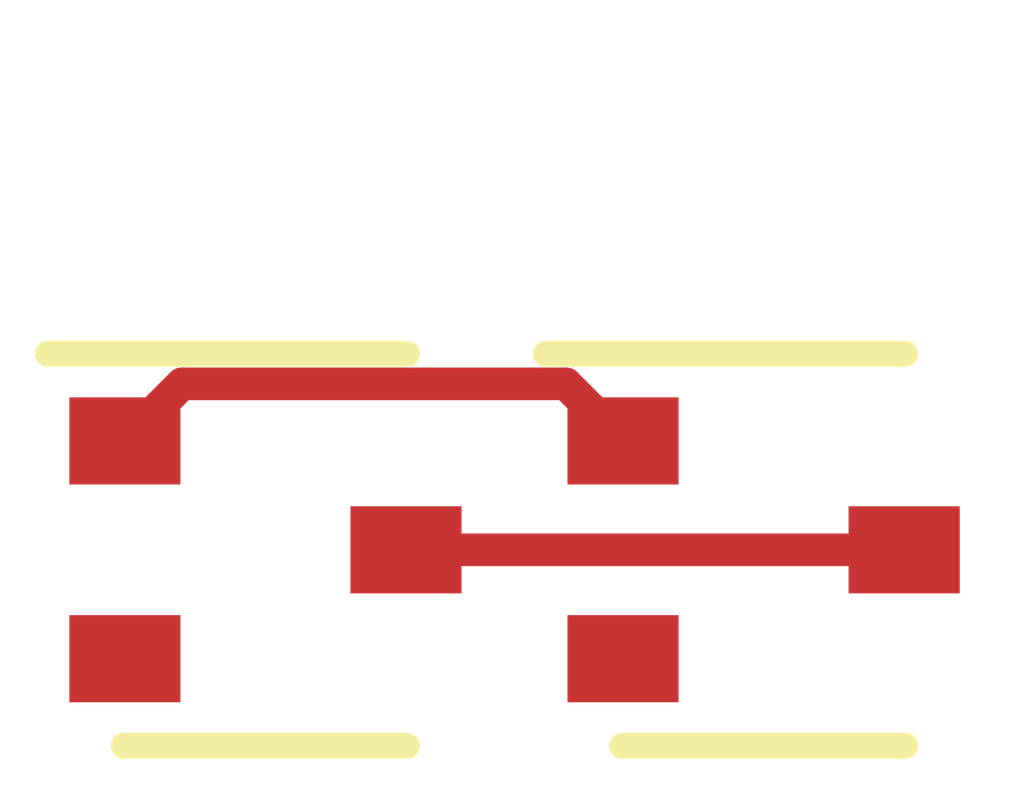
<source format=kicad_pcb>
(kicad_pcb (version 20211014) (generator pcbnew)
  (layers (0 "F.Cu" signal) (31 "B.Cu" signal) (34 "B.Paste" user) (35 "F.Paste" user) (36 "B.SilkS" user "B.Silkscreen") (37 "F.SilkS" user "F.Silkscreen") (38 "B.Mask" user) (39 "F.Mask" user) (44 "Edge.Cuts" user))
  (net 0 "")
  (net 1 "IN")
  (net 2 "OUT")
  (net 3 "GND")
  (net 4 "VCC")
  (footprint "Package_TO_SOT_SMD:SOT-523" (layer "F.Cu") (at 137.922 78.486)
    (fp_text reference "P1" hide)
    (fp_text value "C5148641" hide)
    (fp_line (start -1 -0.9) (end 0.65 -0.9) (layer "F.SilkS") (width 0.12))
    (fp_line (start 0.65 0.9) (end -0.65 0.9) (layer "F.SilkS") (width 0.12))
    (pad "1" smd rect (at -0.645 -0.5 180) (size 0.51 0.4) (layers "F.Cu" "F.Paste" "F.Mask") (net 1 "IN"))
    (pad "2" smd rect (at -0.645 0.5 180) (size 0.51 0.4) (layers "F.Cu" "F.Paste" "F.Mask") (net 4 "VCC"))
    (pad "3" smd rect (at 0.645 0 180) (size 0.51 0.4) (layers "F.Cu" "F.Paste" "F.Mask") (net 2 "OUT"))
  )
  (footprint "Package_TO_SOT_SMD:SOT-523" (layer "F.Cu") (at 135.636 78.486)
    (fp_text reference "N1" hide)
    (fp_text value "C2879716" hide)
    (fp_line (start -1 -0.9) (end 0.65 -0.9) (layer "F.SilkS") (width 0.12))
    (fp_line (start 0.65 0.9) (end -0.65 0.9) (layer "F.SilkS") (width 0.12))
    (pad "1" smd rect (at -0.645 -0.5 180) (size 0.51 0.4) (layers "F.Cu" "F.Paste" "F.Mask") (net 1 "IN"))
    (pad "2" smd rect (at -0.645 0.5 180) (size 0.51 0.4) (layers "F.Cu" "F.Paste" "F.Mask") (net 3 "GND"))
    (pad "3" smd rect (at 0.645 0 180) (size 0.51 0.4) (layers "F.Cu" "F.Paste" "F.Mask") (net 2 "OUT"))
  )
  (segment (start 135.253 77.724) (end 137.015 77.724) (width 0.15) (layer "F.Cu") (net 1))
  (segment (start 134.991 77.986) (end 135.253 77.724) (width 0.15) (layer "F.Cu") (net 1))
  (segment (start 137.015 77.724) (end 137.277 77.986) (width 0.15) (layer "F.Cu") (net 1))
  (segment (start 136.281 78.486) (end 138.567 78.486) (width 0.15) (layer "F.Cu") (net 2))
)
</source>
